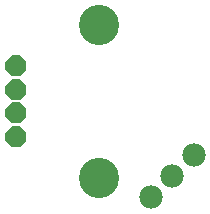
<source format=gbs>
G75*
%MOIN*%
%OFA0B0*%
%FSLAX25Y25*%
%IPPOS*%
%LPD*%
%AMOC8*
5,1,8,0,0,1.08239X$1,22.5*
%
%ADD10OC8,0.07000*%
%ADD11C,0.07800*%
%ADD12C,0.13400*%
D10*
X0013303Y0029051D03*
X0013303Y0036925D03*
X0013303Y0044799D03*
X0013303Y0052673D03*
D11*
X0058216Y0009004D03*
X0065287Y0016075D03*
X0072358Y0023146D03*
D12*
X0040862Y0015272D03*
X0040862Y0066453D03*
M02*

</source>
